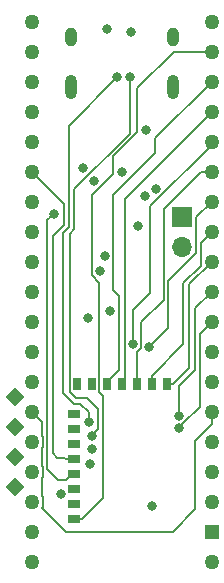
<source format=gbr>
G04 #@! TF.GenerationSoftware,KiCad,Pcbnew,(5.0.0)*
G04 #@! TF.CreationDate,2020-04-28T00:09:20-06:00*
G04 #@! TF.ProjectId,BlueMacro,426C75654D6163726F2E6B696361645F,rev?*
G04 #@! TF.SameCoordinates,Original*
G04 #@! TF.FileFunction,Copper,L2,Inr,Signal*
G04 #@! TF.FilePolarity,Positive*
%FSLAX46Y46*%
G04 Gerber Fmt 4.6, Leading zero omitted, Abs format (unit mm)*
G04 Created by KiCad (PCBNEW (5.0.0)) date 04/28/20 00:09:20*
%MOMM*%
%LPD*%
G01*
G04 APERTURE LIST*
G04 #@! TA.AperFunction,WasherPad*
%ADD10C,1.270000*%
G04 #@! TD*
G04 #@! TA.AperFunction,ViaPad*
%ADD11C,1.270000*%
G04 #@! TD*
G04 #@! TA.AperFunction,ViaPad*
%ADD12R,1.250000X1.250000*%
G04 #@! TD*
G04 #@! TA.AperFunction,ViaPad*
%ADD13R,1.700000X1.700000*%
G04 #@! TD*
G04 #@! TA.AperFunction,ViaPad*
%ADD14O,1.700000X1.700000*%
G04 #@! TD*
G04 #@! TA.AperFunction,ViaPad*
%ADD15O,1.000000X1.600000*%
G04 #@! TD*
G04 #@! TA.AperFunction,ViaPad*
%ADD16O,1.000000X2.100000*%
G04 #@! TD*
G04 #@! TA.AperFunction,ViaPad*
%ADD17R,0.650000X1.000000*%
G04 #@! TD*
G04 #@! TA.AperFunction,ViaPad*
%ADD18R,1.000000X0.650000*%
G04 #@! TD*
G04 #@! TA.AperFunction,ViaPad*
%ADD19C,1.100000*%
G04 #@! TD*
G04 #@! TA.AperFunction,Conductor*
%ADD20C,0.100000*%
G04 #@! TD*
G04 #@! TA.AperFunction,ViaPad*
%ADD21C,0.800000*%
G04 #@! TD*
G04 #@! TA.AperFunction,Conductor*
%ADD22C,0.200000*%
G04 #@! TD*
G04 APERTURE END LIST*
D10*
G04 #@! TO.N,*
G04 #@! TO.C,U4*
X55880000Y-27940000D03*
X40640000Y-27940000D03*
X55880000Y-73660000D03*
X40640000Y-73660000D03*
D11*
G04 #@! TO.N,/P0.10*
X40640000Y-71120000D03*
G04 #@! TO.N,/P0.09*
X40640000Y-68580000D03*
G04 #@! TO.N,VBatt*
X40640000Y-66040000D03*
G04 #@! TO.N,GND*
X40640000Y-63500000D03*
G04 #@! TO.N,Reset*
X40640000Y-60960000D03*
G04 #@! TO.N,N/C*
X40640000Y-53340000D03*
G04 #@! TO.N,/P0.20*
X40640000Y-50800000D03*
G04 #@! TO.N,/P0.17*
X40640000Y-48260000D03*
G04 #@! TO.N,N/C*
X40640000Y-55880000D03*
G04 #@! TO.N,VBus*
X40640000Y-58420000D03*
D12*
G04 #@! TO.N,/P1.11*
X55880000Y-71120000D03*
D11*
G04 #@! TO.N,/P0.03*
X55880000Y-68580000D03*
G04 #@! TO.N,/P0.28*
X55880000Y-66040000D03*
G04 #@! TO.N,/P1.13*
X55880000Y-63500000D03*
G04 #@! TO.N,Reset*
X55880000Y-60960000D03*
G04 #@! TO.N,GND*
X55880000Y-58420000D03*
G04 #@! TO.N,/P0.30*
X55880000Y-55880000D03*
G04 #@! TO.N,/P0.02*
X55880000Y-53340000D03*
G04 #@! TO.N,/P0.29*
X55880000Y-50800000D03*
G04 #@! TO.N,/P0.26*
X55880000Y-48260000D03*
G04 #@! TO.N,/P0.06*
X55880000Y-45720000D03*
G04 #@! TO.N,/P0.05*
X55880000Y-43180000D03*
G04 #@! TO.N,/P0.15*
X40640000Y-45720000D03*
G04 #@! TO.N,/P0.13*
X40640000Y-43180000D03*
G04 #@! TO.N,/P0.22*
X40640000Y-40640000D03*
G04 #@! TO.N,/P0.24*
X40640000Y-38100000D03*
G04 #@! TO.N,N/C*
X40640000Y-35560000D03*
G04 #@! TO.N,/3V3*
X40640000Y-33020000D03*
G04 #@! TO.N,/P0.07*
X40640000Y-30480000D03*
G04 #@! TO.N,/P1.06*
X55880000Y-30480000D03*
G04 #@! TO.N,/P0.12*
X55880000Y-33020000D03*
G04 #@! TO.N,/P0.04*
X55880000Y-35560000D03*
G04 #@! TO.N,/P1.09*
X55880000Y-38100000D03*
G04 #@! TO.N,/P0.08*
X55880000Y-40640000D03*
G04 #@! TD*
D13*
G04 #@! TO.N,VBatt*
G04 #@! TO.C,J1*
X53340000Y-44450000D03*
D14*
G04 #@! TO.N,GND*
X53340000Y-46990000D03*
G04 #@! TD*
D15*
G04 #@! TO.N,Net-(J3-PadS1)*
G04 #@! TO.C,J3*
X43940000Y-29270000D03*
X52580000Y-29270000D03*
D16*
X43940000Y-33450000D03*
X52580000Y-33450000D03*
G04 #@! TD*
D17*
G04 #@! TO.N,/P0.04*
G04 #@! TO.C,U2*
X48283000Y-58607000D03*
G04 #@! TO.N,GND*
X44473000Y-58607000D03*
G04 #@! TO.N,/P0.07*
X45743000Y-58607000D03*
G04 #@! TO.N,/P0.08*
X49553000Y-58607000D03*
G04 #@! TO.N,/P0.12*
X47013000Y-58607000D03*
G04 #@! TO.N,/P0.26*
X52093000Y-58607000D03*
G04 #@! TO.N,/P0.06*
X50823000Y-58607000D03*
D18*
G04 #@! TO.N,/P1.06*
X44219000Y-70037000D03*
G04 #@! TO.N,RED_LED*
X44219000Y-68767000D03*
G04 #@! TO.N,N/C*
X44219000Y-67497000D03*
G04 #@! TO.N,SWO*
X44219000Y-66227000D03*
G04 #@! TO.N,/P0.22*
X44219000Y-64957000D03*
G04 #@! TO.N,/P0.20*
X44219000Y-63687000D03*
G04 #@! TO.N,/P0.17*
X44219000Y-62417000D03*
G04 #@! TO.N,/P0.15*
X44219000Y-61147000D03*
G04 #@! TD*
D19*
G04 #@! TO.N,VCC*
G04 #@! TO.C,TP1*
X39243000Y-59690000D03*
D20*
G36*
X39243000Y-60467817D02*
X38465183Y-59690000D01*
X39243000Y-58912183D01*
X40020817Y-59690000D01*
X39243000Y-60467817D01*
X39243000Y-60467817D01*
G37*
G04 #@! TD*
D19*
G04 #@! TO.N,GND*
G04 #@! TO.C,TP2*
X39243000Y-62230000D03*
D20*
G36*
X39243000Y-63007817D02*
X38465183Y-62230000D01*
X39243000Y-61452183D01*
X40020817Y-62230000D01*
X39243000Y-63007817D01*
X39243000Y-63007817D01*
G37*
G04 #@! TD*
D19*
G04 #@! TO.N,SWDCLK*
G04 #@! TO.C,TP3*
X39243000Y-64770000D03*
D20*
G36*
X39243000Y-65547817D02*
X38465183Y-64770000D01*
X39243000Y-63992183D01*
X40020817Y-64770000D01*
X39243000Y-65547817D01*
X39243000Y-65547817D01*
G37*
G04 #@! TD*
D19*
G04 #@! TO.N,SWDIO*
G04 #@! TO.C,TP4*
X39243000Y-67310000D03*
D20*
G36*
X39243000Y-68087817D02*
X38465183Y-67310000D01*
X39243000Y-66532183D01*
X40020817Y-67310000D01*
X39243000Y-68087817D01*
X39243000Y-68087817D01*
G37*
G04 #@! TD*
D21*
G04 #@! TO.N,GND*
X47285002Y-52414000D03*
X46826000Y-47752000D03*
X49680153Y-45235153D03*
X48260000Y-40640000D03*
X45013355Y-40305035D03*
X50222717Y-42719870D03*
G04 #@! TO.N,Net-(C3-Pad1)*
X46423354Y-49070838D03*
X45894466Y-41449465D03*
G04 #@! TO.N,VCC*
X45434997Y-53045677D03*
G04 #@! TO.N,VBus*
X50292000Y-37084000D03*
X51130516Y-42113520D03*
G04 #@! TO.N,RED_LED*
X46990000Y-28575000D03*
G04 #@! TO.N,BLUE_LED*
X49022000Y-28829000D03*
X50800000Y-68961000D03*
G04 #@! TO.N,SWDCLK*
X43134026Y-67955494D03*
G04 #@! TO.N,D+*
X48929003Y-32639000D03*
X45720000Y-62992004D03*
G04 #@! TO.N,D-*
X47879000Y-32639000D03*
X45466000Y-61849000D03*
G04 #@! TO.N,SWO*
X42545000Y-44196008D03*
G04 #@! TO.N,/P0.24*
X45593000Y-65405006D03*
G04 #@! TO.N,/P0.13*
X45720000Y-64135000D03*
G04 #@! TO.N,/P0.02*
X53085990Y-62357000D03*
G04 #@! TO.N,/P0.29*
X53086000Y-61341000D03*
G04 #@! TO.N,/P1.09*
X49214034Y-55245000D03*
G04 #@! TO.N,/P0.05*
X50614046Y-55459775D03*
G04 #@! TD*
D22*
G04 #@! TO.N,/P0.26*
X53975000Y-50165000D02*
X55880000Y-48260000D01*
X53975000Y-57250000D02*
X53975000Y-50165000D01*
X52618000Y-58607000D02*
X53975000Y-57250000D01*
X52093000Y-58607000D02*
X52618000Y-58607000D01*
G04 #@! TO.N,D+*
X46297011Y-62414993D02*
X46119999Y-62592005D01*
X44222023Y-42131943D02*
X44222023Y-45519090D01*
X43847999Y-45893114D02*
X43847999Y-59272684D01*
X46119999Y-62592005D02*
X45720000Y-62992004D01*
X48929003Y-32639000D02*
X48929003Y-37424963D01*
X45333418Y-59810007D02*
X46297011Y-60773600D01*
X48929003Y-37424963D02*
X44222023Y-42131943D01*
X46297011Y-60773600D02*
X46297011Y-62414993D01*
X43847999Y-59272684D02*
X44385322Y-59810007D01*
X44385322Y-59810007D02*
X45333418Y-59810007D01*
X44222023Y-45519090D02*
X43847999Y-45893114D01*
G04 #@! TO.N,D-*
X43772012Y-36745988D02*
X43772012Y-45332690D01*
X43288001Y-45816701D02*
X43288001Y-59371674D01*
X43772012Y-45332690D02*
X43288001Y-45816701D01*
X44193409Y-60277082D02*
X44713767Y-60277082D01*
X45466000Y-61283315D02*
X45466000Y-61849000D01*
X44713767Y-60277082D02*
X45466000Y-61029315D01*
X43288001Y-59371674D02*
X44193409Y-60277082D01*
X47879000Y-32639000D02*
X43772012Y-36745988D01*
X45466000Y-61029315D02*
X45466000Y-61283315D01*
G04 #@! TO.N,Reset*
X55880000Y-61858025D02*
X55880000Y-60960000D01*
X55880000Y-62033700D02*
X55880000Y-61858025D01*
X54483000Y-63430700D02*
X55880000Y-62033700D01*
X54483000Y-69215000D02*
X54483000Y-63430700D01*
X52578000Y-71120000D02*
X54483000Y-69215000D01*
X41529000Y-63994802D02*
X41529000Y-65545198D01*
X41575001Y-68131199D02*
X41575001Y-69028801D01*
X41575001Y-63948801D02*
X41529000Y-63994802D01*
X40640000Y-60960000D02*
X41529000Y-61849000D01*
X41529000Y-69088000D02*
X43561000Y-71120000D01*
X41575001Y-63051199D02*
X41575001Y-63948801D01*
X41529000Y-63005198D02*
X41575001Y-63051199D01*
X41529000Y-65545198D02*
X41575001Y-65591199D01*
X41529000Y-61849000D02*
X41529000Y-63005198D01*
X41575001Y-69028801D02*
X41529000Y-69074802D01*
X41575001Y-65591199D02*
X41575001Y-66488801D01*
X41529000Y-66534802D02*
X41529000Y-68085198D01*
X41529000Y-68085198D02*
X41575001Y-68131199D01*
X41529000Y-69074802D02*
X41529000Y-69088000D01*
X41575001Y-66488801D02*
X41529000Y-66534802D01*
X43561000Y-71120000D02*
X52578000Y-71120000D01*
G04 #@! TO.N,SWO*
X44219000Y-66227000D02*
X44044000Y-66227000D01*
X43519000Y-66752000D02*
X42876000Y-66752000D01*
X41975011Y-44765997D02*
X42145001Y-44596007D01*
X44044000Y-66227000D02*
X43519000Y-66752000D01*
X41975011Y-65851011D02*
X41975011Y-44765997D01*
X42876000Y-66752000D02*
X41975011Y-65851011D01*
X42145001Y-44596007D02*
X42545000Y-44196008D01*
G04 #@! TO.N,/P1.06*
X52664998Y-30480000D02*
X54981975Y-30480000D01*
X46697021Y-59656023D02*
X46368001Y-59327003D01*
X47559999Y-40819934D02*
X47559999Y-39359665D01*
X44919000Y-70037000D02*
X46697021Y-68258979D01*
X46697021Y-68258979D02*
X46697021Y-59656023D01*
X44219000Y-70037000D02*
X44919000Y-70037000D01*
X49591999Y-33552999D02*
X52664998Y-30480000D01*
X49591999Y-37327665D02*
X49591999Y-33552999D01*
X47559999Y-39359665D02*
X49591999Y-37327665D01*
X46368001Y-50051487D02*
X45723353Y-49406839D01*
X54981975Y-30480000D02*
X55880000Y-30480000D01*
X45723353Y-42656580D02*
X47559999Y-40819934D01*
X46368001Y-59327003D02*
X46368001Y-50051487D01*
X45723353Y-49406839D02*
X45723353Y-42656580D01*
G04 #@! TO.N,/P0.22*
X42418000Y-64465467D02*
X42798025Y-64845492D01*
X43407492Y-64845492D02*
X43519000Y-64957000D01*
X42798025Y-64845492D02*
X43407492Y-64845492D01*
X43372001Y-45167001D02*
X42418000Y-46121002D01*
X43372001Y-43372001D02*
X43372001Y-45167001D01*
X42418000Y-46121002D02*
X42418000Y-64465467D01*
X40640000Y-40640000D02*
X43372001Y-43372001D01*
X43519000Y-64957000D02*
X44219000Y-64957000D01*
G04 #@! TO.N,/P0.02*
X55880000Y-53340000D02*
X54864000Y-54356000D01*
X54864000Y-60578990D02*
X53485989Y-61957001D01*
X53485989Y-61957001D02*
X53085990Y-62357000D01*
X54864000Y-54356000D02*
X54864000Y-60578990D01*
G04 #@! TO.N,/P0.29*
X55880000Y-50800000D02*
X54463990Y-52216010D01*
X53086000Y-58801000D02*
X53086000Y-60775315D01*
X53086000Y-60775315D02*
X53086000Y-61341000D01*
X54463990Y-57423010D02*
X53086000Y-58801000D01*
X54463990Y-52216010D02*
X54463990Y-57423010D01*
G04 #@! TO.N,/P0.04*
X48514000Y-42926000D02*
X55880000Y-35560000D01*
X48514000Y-58376000D02*
X48514000Y-42926000D01*
X48283000Y-58607000D02*
X48514000Y-58376000D01*
G04 #@! TO.N,/P0.08*
X49553000Y-58607000D02*
X49553000Y-55942038D01*
X54981975Y-40640000D02*
X55880000Y-40640000D01*
X49553000Y-55942038D02*
X49914036Y-55581002D01*
X51816000Y-43805975D02*
X54981975Y-40640000D01*
X51816000Y-51490370D02*
X51816000Y-43805975D01*
X49914036Y-55581002D02*
X49914036Y-53392334D01*
X49914036Y-53392334D02*
X51816000Y-51490370D01*
G04 #@! TO.N,/P0.12*
X47013000Y-58432000D02*
X47013000Y-58607000D01*
X48006000Y-57439000D02*
X47013000Y-58432000D01*
X55880000Y-33020000D02*
X51115999Y-37784001D01*
X51115999Y-37784001D02*
X51115999Y-39054001D01*
X51115999Y-39054001D02*
X47526001Y-42643999D01*
X47526001Y-42643999D02*
X47526001Y-50701001D01*
X47526001Y-50701001D02*
X48006000Y-51181000D01*
X48006000Y-51181000D02*
X48006000Y-57439000D01*
G04 #@! TO.N,/P0.06*
X53467000Y-55263000D02*
X50823000Y-57907000D01*
X53467000Y-50107302D02*
X53467000Y-55263000D01*
X54944999Y-48629303D02*
X53467000Y-50107302D01*
X50823000Y-57907000D02*
X50823000Y-58607000D01*
X55880000Y-45720000D02*
X54944999Y-46655001D01*
X54944999Y-46655001D02*
X54944999Y-48629303D01*
G04 #@! TO.N,/P1.09*
X49214034Y-54679315D02*
X49214034Y-55245000D01*
X50673000Y-50927000D02*
X49214034Y-52385966D01*
X55880000Y-38354000D02*
X50673000Y-43561000D01*
X55880000Y-38100000D02*
X55880000Y-38354000D01*
X49214034Y-52385966D02*
X49214034Y-54679315D01*
X50673000Y-43561000D02*
X50673000Y-50927000D01*
G04 #@! TO.N,/P0.05*
X54544989Y-44515011D02*
X54544989Y-47564385D01*
X54544989Y-47564385D02*
X52216011Y-49893363D01*
X51014045Y-55059776D02*
X50614046Y-55459775D01*
X52216011Y-53857810D02*
X51014045Y-55059776D01*
X52216011Y-49893363D02*
X52216011Y-53857810D01*
X55880000Y-43180000D02*
X54544989Y-44515011D01*
G04 #@! TD*
M02*

</source>
